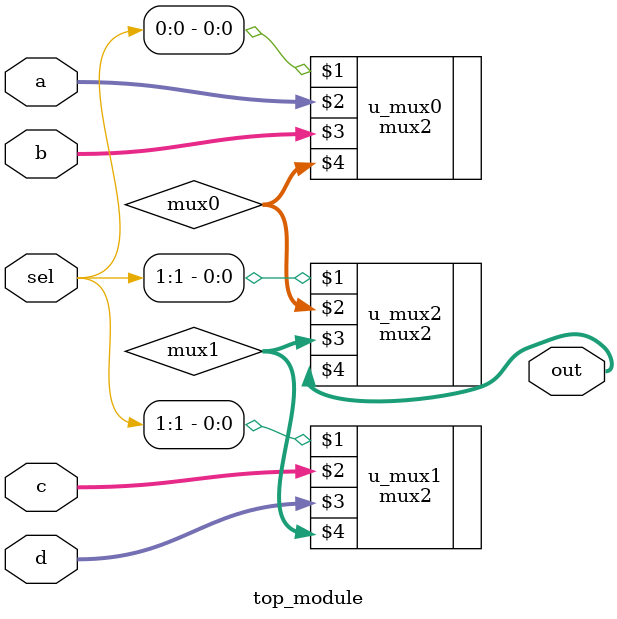
<source format=v>
module top_module (
    input [1:0] sel,
    input [7:0] a,
    input [7:0] b,
    input [7:0] c,
    input [7:0] d,
    output [7:0] out  ); //

    wire [7:0] mux0, mux1;
    mux2 u_mux0 ( sel[0],    a,    b, mux0 );
    mux2 u_mux1 ( sel[1],    c,    d, mux1 );
    mux2 u_mux2 ( sel[1], mux0, mux1,  out );

endmodule
</source>
